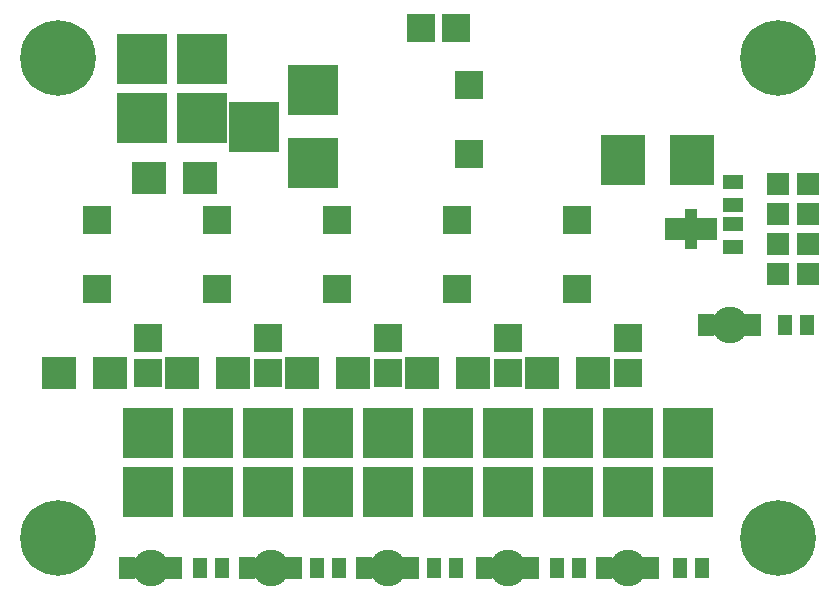
<source format=gbr>
G04 #@! TF.FileFunction,Soldermask,Bot*
%FSLAX46Y46*%
G04 Gerber Fmt 4.6, Leading zero omitted, Abs format (unit mm)*
G04 Created by KiCad (PCBNEW 4.0.7+dfsg1-1) date Tue Nov 28 10:55:21 2017*
%MOMM*%
%LPD*%
G01*
G04 APERTURE LIST*
%ADD10C,0.300000*%
%ADD11R,1.450000X1.900000*%
%ADD12C,3.100000*%
%ADD13R,3.730000X4.210000*%
%ADD14C,6.400000*%
%ADD15R,4.210000X4.210000*%
%ADD16R,1.797000X1.289000*%
%ADD17R,1.289000X1.797000*%
%ADD18R,1.700000X1.900000*%
%ADD19R,1.100000X3.400000*%
%ADD20R,2.899360X2.701240*%
%ADD21R,2.400000X2.400000*%
%ADD22R,1.924000X1.924000*%
G04 APERTURE END LIST*
D10*
D11*
X135414000Y-120650000D03*
X139414000Y-120650000D03*
D12*
X137414000Y-120650000D03*
X147320000Y-120650000D03*
D11*
X149320000Y-120650000D03*
X145320000Y-120650000D03*
D13*
X173090000Y-86106000D03*
X167270000Y-86106000D03*
D14*
X119380000Y-77470000D03*
X180340000Y-118110000D03*
X119380000Y-118110000D03*
X180340000Y-77470000D03*
D15*
X131572000Y-82550000D03*
X131572000Y-77550000D03*
X162560000Y-114220000D03*
X162560000Y-109220000D03*
X127000000Y-109220000D03*
X127000000Y-114220000D03*
X137160000Y-114220000D03*
X137160000Y-109220000D03*
X147320000Y-109220000D03*
X147320000Y-114220000D03*
X157480000Y-109220000D03*
X157480000Y-114220000D03*
X167640000Y-114220000D03*
X167640000Y-109220000D03*
X152400000Y-114220000D03*
X152400000Y-109220000D03*
X126492000Y-82550000D03*
X126492000Y-77550000D03*
X132080000Y-109220000D03*
X132080000Y-114220000D03*
X142240000Y-114220000D03*
X142240000Y-109220000D03*
X172720000Y-114220000D03*
X172720000Y-109220000D03*
D16*
X176530000Y-91503500D03*
X176530000Y-93408500D03*
X176530000Y-87947500D03*
X176530000Y-89852500D03*
D17*
X133286500Y-120650000D03*
X131381500Y-120650000D03*
X141287500Y-120650000D03*
X143192500Y-120650000D03*
X153098500Y-120650000D03*
X151193500Y-120650000D03*
D18*
X171624000Y-91948000D03*
D19*
X172974000Y-91948000D03*
D18*
X174324000Y-91948000D03*
D15*
X140970000Y-80160000D03*
X140970000Y-86360000D03*
X135970000Y-83260000D03*
D11*
X125254000Y-120650000D03*
X129254000Y-120650000D03*
D12*
X127254000Y-120650000D03*
D20*
X140091160Y-104140000D03*
X144388840Y-104140000D03*
D12*
X157480000Y-120650000D03*
D11*
X159480000Y-120650000D03*
X155480000Y-120650000D03*
D20*
X154548840Y-104140000D03*
X150251160Y-104140000D03*
D11*
X165640000Y-120650000D03*
X169640000Y-120650000D03*
D12*
X167640000Y-120650000D03*
D20*
X160411160Y-104140000D03*
X164708840Y-104140000D03*
D12*
X176276000Y-100076000D03*
D11*
X178276000Y-100076000D03*
X174276000Y-100076000D03*
D21*
X154178000Y-85598000D03*
X154178000Y-79756000D03*
X153162000Y-91186000D03*
X143002000Y-91186000D03*
X163322000Y-91186000D03*
X132842000Y-91186000D03*
X122682000Y-91186000D03*
X122682000Y-97028000D03*
X132842000Y-97028000D03*
X143002000Y-97028000D03*
X153162000Y-97028000D03*
X163322000Y-97028000D03*
D17*
X161607500Y-120650000D03*
X163512500Y-120650000D03*
X173926500Y-120650000D03*
X172021500Y-120650000D03*
X180911500Y-100076000D03*
X182816500Y-100076000D03*
D21*
X153138000Y-74930000D03*
X150138000Y-74930000D03*
X127000000Y-104116000D03*
X127000000Y-101116000D03*
X137160000Y-101116000D03*
X137160000Y-104116000D03*
X147320000Y-104116000D03*
X147320000Y-101116000D03*
X157480000Y-101116000D03*
X157480000Y-104116000D03*
X167640000Y-101116000D03*
X167640000Y-104116000D03*
D20*
X131434840Y-87630000D03*
X127137160Y-87630000D03*
X123814840Y-104140000D03*
X119517160Y-104140000D03*
X129931160Y-104140000D03*
X134228840Y-104140000D03*
D22*
X180340000Y-88138000D03*
X182880000Y-88138000D03*
X180340000Y-90678000D03*
X182880000Y-90678000D03*
X180340000Y-93218000D03*
X182880000Y-93218000D03*
X180340000Y-95758000D03*
X182880000Y-95758000D03*
M02*

</source>
